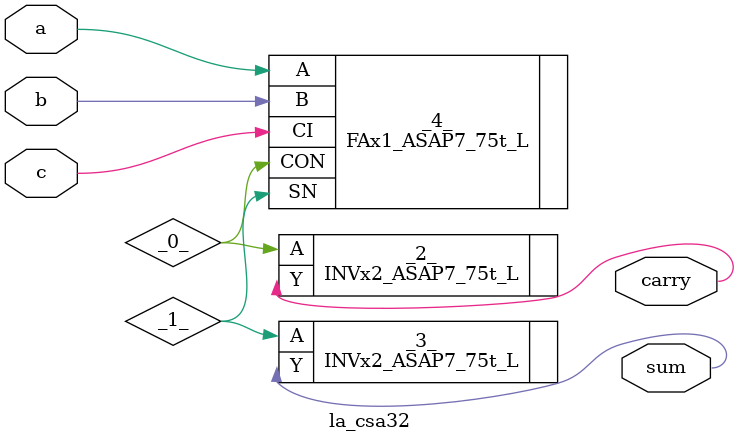
<source format=v>

/* Generated by Yosys 0.44 (git sha1 80ba43d26, g++ 11.4.0-1ubuntu1~22.04 -fPIC -O3) */

(* top =  1  *)
(* src = "generated" *)
module la_csa32 (
    a,
    b,
    c,
    sum,
    carry
);
  (* src = "generated" *)
  wire _0_;
  (* src = "generated" *)
  wire _1_;
  (* src = "generated" *)
  input a;
  wire a;
  (* src = "generated" *)
  input b;
  wire b;
  (* src = "generated" *)
  input c;
  wire c;
  (* src = "generated" *)
  output carry;
  wire carry;
  (* src = "generated" *)
  output sum;
  wire sum;
  INVx2_ASAP7_75t_L _2_ (
      .A(_0_),
      .Y(carry)
  );
  INVx2_ASAP7_75t_L _3_ (
      .A(_1_),
      .Y(sum)
  );
  (* module_not_derived = 32'b00000000000000000000000000000001 *) (* src = "generated" *)
  FAx1_ASAP7_75t_L _4_ (
      .A  (a),
      .B  (b),
      .CI (c),
      .CON(_0_),
      .SN (_1_)
  );
endmodule

</source>
